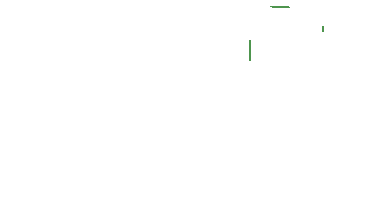
<source format=gto>
G04 #@! TF.GenerationSoftware,KiCad,Pcbnew,(6.0.7-1)-1*
G04 #@! TF.CreationDate,2024-08-15T11:28:19+03:00*
G04 #@! TF.ProjectId,Induction,496e6475-6374-4696-9f6e-2e6b69636164,rev?*
G04 #@! TF.SameCoordinates,Original*
G04 #@! TF.FileFunction,Legend,Top*
G04 #@! TF.FilePolarity,Positive*
%FSLAX46Y46*%
G04 Gerber Fmt 4.6, Leading zero omitted, Abs format (unit mm)*
G04 Created by KiCad (PCBNEW (6.0.7-1)-1) date 2024-08-15 11:28:19*
%MOMM*%
%LPD*%
G01*
G04 APERTURE LIST*
G04 Aperture macros list*
%AMRoundRect*
0 Rectangle with rounded corners*
0 $1 Rounding radius*
0 $2 $3 $4 $5 $6 $7 $8 $9 X,Y pos of 4 corners*
0 Add a 4 corners polygon primitive as box body*
4,1,4,$2,$3,$4,$5,$6,$7,$8,$9,$2,$3,0*
0 Add four circle primitives for the rounded corners*
1,1,$1+$1,$2,$3*
1,1,$1+$1,$4,$5*
1,1,$1+$1,$6,$7*
1,1,$1+$1,$8,$9*
0 Add four rect primitives between the rounded corners*
20,1,$1+$1,$2,$3,$4,$5,0*
20,1,$1+$1,$4,$5,$6,$7,0*
20,1,$1+$1,$6,$7,$8,$9,0*
20,1,$1+$1,$8,$9,$2,$3,0*%
%AMFreePoly0*
4,1,62,0.738890,1.394795,0.739244,1.394649,0.787242,1.353781,0.794649,1.339244,0.794795,1.338890,0.802500,1.300000,0.802500,-0.311000,0.796852,-0.339407,0.798320,-0.339837,0.798274,-0.339994,0.795792,-0.344739,0.794742,-0.350018,0.794677,-0.350175,0.793255,-0.349586,0.779765,-0.375372,0.644426,-0.543074,0.539316,-0.697872,0.442715,-0.870991,0.374484,-1.023564,0.280132,-1.299808,
0.273039,-1.326409,0.267203,-1.338265,0.268785,-1.338913,0.268735,-1.339035,0.264177,-1.344413,0.255418,-1.362206,0.255339,-1.362309,0.251502,-1.359366,0.251122,-1.359814,0.254970,-1.362791,0.254929,-1.362844,0.239833,-1.373132,0.227974,-1.387123,0.213800,-1.394418,0.213738,-1.394444,0.212587,-1.391700,0.211995,-1.392104,0.213075,-1.394719,0.212954,-1.394769,0.206084,-1.396132,
0.202836,-1.398346,0.187477,-1.401572,0.187347,-1.401589,0.187125,-1.399895,0.174000,-1.402500,-0.700000,-1.402500,-0.738890,-1.394795,-0.739244,-1.394649,-0.787242,-1.353781,-0.794649,-1.339244,-0.794795,-1.338890,-0.802500,-1.300000,-0.802501,0.900000,-0.794702,0.939117,-0.794555,0.939471,-0.772479,0.972479,-0.372479,1.372479,-0.339244,1.394649,-0.338890,1.394795,-0.300000,1.402500,
0.700000,1.402500,0.738890,1.394795,0.738890,1.394795,$1*%
G04 Aperture macros list end*
%ADD10C,0.150000*%
%ADD11C,0.125000*%
%ADD12C,0.120000*%
%ADD13C,0.152400*%
%ADD14C,0.200000*%
%ADD15C,0.001000*%
%ADD16RoundRect,0.237500X0.300000X0.237500X-0.300000X0.237500X-0.300000X-0.237500X0.300000X-0.237500X0*%
%ADD17C,2.200000*%
%ADD18R,1.981200X0.355600*%
%ADD19RoundRect,0.155000X-0.212500X-0.155000X0.212500X-0.155000X0.212500X0.155000X-0.212500X0.155000X0*%
%ADD20RoundRect,0.250000X0.550000X-0.550000X0.550000X0.550000X-0.550000X0.550000X-0.550000X-0.550000X0*%
%ADD21C,1.600000*%
%ADD22FreePoly0,0.000000*%
G04 APERTURE END LIST*
D10*
X140619047Y-72571428D02*
X141380952Y-72571428D01*
X141000000Y-72952380D02*
X141000000Y-72190476D01*
X140619047Y-69071428D02*
X141380952Y-69071428D01*
D11*
X159416666Y-66178571D02*
X159392857Y-66202380D01*
X159321428Y-66226190D01*
X159273809Y-66226190D01*
X159202380Y-66202380D01*
X159154761Y-66154761D01*
X159130952Y-66107142D01*
X159107142Y-66011904D01*
X159107142Y-65940476D01*
X159130952Y-65845238D01*
X159154761Y-65797619D01*
X159202380Y-65750000D01*
X159273809Y-65726190D01*
X159321428Y-65726190D01*
X159392857Y-65750000D01*
X159416666Y-65773809D01*
X159892857Y-66226190D02*
X159607142Y-66226190D01*
X159750000Y-66226190D02*
X159750000Y-65726190D01*
X159702380Y-65797619D01*
X159654761Y-65845238D01*
X159607142Y-65869047D01*
X159416666Y-68178571D02*
X159392857Y-68202380D01*
X159321428Y-68226190D01*
X159273809Y-68226190D01*
X159202380Y-68202380D01*
X159154761Y-68154761D01*
X159130952Y-68107142D01*
X159107142Y-68011904D01*
X159107142Y-67940476D01*
X159130952Y-67845238D01*
X159154761Y-67797619D01*
X159202380Y-67750000D01*
X159273809Y-67726190D01*
X159321428Y-67726190D01*
X159392857Y-67750000D01*
X159416666Y-67773809D01*
X159607142Y-67773809D02*
X159630952Y-67750000D01*
X159678571Y-67726190D01*
X159797619Y-67726190D01*
X159845238Y-67750000D01*
X159869047Y-67773809D01*
X159892857Y-67821428D01*
X159892857Y-67869047D01*
X159869047Y-67940476D01*
X159583333Y-68226190D01*
X159892857Y-68226190D01*
X159416666Y-76178571D02*
X159392857Y-76202380D01*
X159321428Y-76226190D01*
X159273809Y-76226190D01*
X159202380Y-76202380D01*
X159154761Y-76154761D01*
X159130952Y-76107142D01*
X159107142Y-76011904D01*
X159107142Y-75940476D01*
X159130952Y-75845238D01*
X159154761Y-75797619D01*
X159202380Y-75750000D01*
X159273809Y-75726190D01*
X159321428Y-75726190D01*
X159392857Y-75750000D01*
X159416666Y-75773809D01*
X159583333Y-75726190D02*
X159892857Y-75726190D01*
X159726190Y-75916666D01*
X159797619Y-75916666D01*
X159845238Y-75940476D01*
X159869047Y-75964285D01*
X159892857Y-76011904D01*
X159892857Y-76130952D01*
X159869047Y-76178571D01*
X159845238Y-76202380D01*
X159797619Y-76226190D01*
X159654761Y-76226190D01*
X159607142Y-76202380D01*
X159583333Y-76178571D01*
D10*
X149238095Y-70452380D02*
X149238095Y-71261904D01*
X149285714Y-71357142D01*
X149333333Y-71404761D01*
X149428571Y-71452380D01*
X149619047Y-71452380D01*
X149714285Y-71404761D01*
X149761904Y-71357142D01*
X149809523Y-71261904D01*
X149809523Y-70452380D01*
X150809523Y-71452380D02*
X150238095Y-71452380D01*
X150523809Y-71452380D02*
X150523809Y-70452380D01*
X150428571Y-70595238D01*
X150333333Y-70690476D01*
X150238095Y-70738095D01*
X147282200Y-66096280D02*
X147282200Y-66334376D01*
X147044104Y-66239138D02*
X147282200Y-66334376D01*
X147520295Y-66239138D01*
X147139342Y-66524852D02*
X147282200Y-66334376D01*
X147425057Y-66524852D01*
D11*
X144666666Y-75678571D02*
X144642857Y-75702380D01*
X144571428Y-75726190D01*
X144523809Y-75726190D01*
X144452380Y-75702380D01*
X144404761Y-75654761D01*
X144380952Y-75607142D01*
X144357142Y-75511904D01*
X144357142Y-75440476D01*
X144380952Y-75345238D01*
X144404761Y-75297619D01*
X144452380Y-75250000D01*
X144523809Y-75226190D01*
X144571428Y-75226190D01*
X144642857Y-75250000D01*
X144666666Y-75273809D01*
X145119047Y-75226190D02*
X144880952Y-75226190D01*
X144857142Y-75464285D01*
X144880952Y-75440476D01*
X144928571Y-75416666D01*
X145047619Y-75416666D01*
X145095238Y-75440476D01*
X145119047Y-75464285D01*
X145142857Y-75511904D01*
X145142857Y-75630952D01*
X145119047Y-75678571D01*
X145095238Y-75702380D01*
X145047619Y-75726190D01*
X144928571Y-75726190D01*
X144880952Y-75702380D01*
X144857142Y-75678571D01*
D10*
X170476190Y-67202380D02*
X170476190Y-66202380D01*
X170952380Y-67202380D02*
X170952380Y-66202380D01*
X171523809Y-67202380D01*
X171523809Y-66202380D01*
D11*
X159416666Y-74178571D02*
X159392857Y-74202380D01*
X159321428Y-74226190D01*
X159273809Y-74226190D01*
X159202380Y-74202380D01*
X159154761Y-74154761D01*
X159130952Y-74107142D01*
X159107142Y-74011904D01*
X159107142Y-73940476D01*
X159130952Y-73845238D01*
X159154761Y-73797619D01*
X159202380Y-73750000D01*
X159273809Y-73726190D01*
X159321428Y-73726190D01*
X159392857Y-73750000D01*
X159416666Y-73773809D01*
X159845238Y-73892857D02*
X159845238Y-74226190D01*
X159726190Y-73702380D02*
X159607142Y-74059523D01*
X159916666Y-74059523D01*
D10*
X168238095Y-75202380D02*
X168809523Y-75202380D01*
X168523809Y-76202380D02*
X168523809Y-75202380D01*
X169095238Y-75297619D02*
X169142857Y-75250000D01*
X169238095Y-75202380D01*
X169476190Y-75202380D01*
X169571428Y-75250000D01*
X169619047Y-75297619D01*
X169666666Y-75392857D01*
X169666666Y-75488095D01*
X169619047Y-75630952D01*
X169047619Y-76202380D01*
X169666666Y-76202380D01*
X142000000Y-66202380D02*
X142190476Y-66202380D01*
X142285714Y-66250000D01*
X142380952Y-66345238D01*
X142428571Y-66535714D01*
X142428571Y-66869047D01*
X142380952Y-67059523D01*
X142285714Y-67154761D01*
X142190476Y-67202380D01*
X142000000Y-67202380D01*
X141904761Y-67154761D01*
X141809523Y-67059523D01*
X141761904Y-66869047D01*
X141761904Y-66535714D01*
X141809523Y-66345238D01*
X141904761Y-66250000D01*
X142000000Y-66202380D01*
X142857142Y-66202380D02*
X142857142Y-67011904D01*
X142904761Y-67107142D01*
X142952380Y-67154761D01*
X143047619Y-67202380D01*
X143238095Y-67202380D01*
X143333333Y-67154761D01*
X143380952Y-67107142D01*
X143428571Y-67011904D01*
X143428571Y-66202380D01*
X143761904Y-66202380D02*
X144333333Y-66202380D01*
X144047619Y-67202380D02*
X144047619Y-66202380D01*
X167988095Y-65452380D02*
X168559523Y-65452380D01*
X168273809Y-66452380D02*
X168273809Y-65452380D01*
X169416666Y-66452380D02*
X168845238Y-66452380D01*
X169130952Y-66452380D02*
X169130952Y-65452380D01*
X169035714Y-65595238D01*
X168940476Y-65690476D01*
X168845238Y-65738095D01*
D12*
X157283767Y-65490000D02*
X156991233Y-65490000D01*
X157283767Y-66510000D02*
X156991233Y-66510000D01*
X157283767Y-68510000D02*
X156991233Y-68510000D01*
X157283767Y-67490000D02*
X156991233Y-67490000D01*
X157283767Y-76510000D02*
X156991233Y-76510000D01*
X157283767Y-75490000D02*
X156991233Y-75490000D01*
D13*
X152120900Y-67631960D02*
X152120900Y-66504200D01*
X147879100Y-74368040D02*
X147879100Y-75495800D01*
X152120900Y-75495800D02*
X152120900Y-74368040D01*
X147879100Y-75495800D02*
X152120900Y-75495800D01*
X152120900Y-66504200D02*
X147879100Y-66504200D01*
X147879100Y-66504200D02*
X147879100Y-67631960D01*
G36*
X146291600Y-74048000D02*
G01*
X146037600Y-74048000D01*
X146037600Y-73667000D01*
X146291600Y-73667000D01*
X146291600Y-74048000D01*
G37*
G36*
X153962400Y-68333000D02*
G01*
X153708400Y-68333000D01*
X153708400Y-67952000D01*
X153962400Y-67952000D01*
X153962400Y-68333000D01*
G37*
D12*
X142884165Y-75860000D02*
X143115835Y-75860000D01*
X142884165Y-75140000D02*
X143115835Y-75140000D01*
X157283767Y-73490000D02*
X156991233Y-73490000D01*
X157283767Y-74510000D02*
X156991233Y-74510000D01*
D14*
X160900000Y-75750000D02*
X160900000Y-77450000D01*
X163750000Y-79100000D02*
X165450000Y-79100000D01*
X162550000Y-72900000D02*
X164250000Y-72900000D01*
X167100000Y-74550000D02*
X167100000Y-76250000D01*
X162760000Y-73410000D02*
G75*
G03*
X162760000Y-73410000I-100000J0D01*
G01*
X162550000Y-61900000D02*
X164250000Y-61900000D01*
X167100000Y-63550000D02*
X167100000Y-65250000D01*
X163750000Y-68100000D02*
X165450000Y-68100000D01*
X160900000Y-64750000D02*
X160900000Y-66450000D01*
X162760000Y-62410000D02*
G75*
G03*
X162760000Y-62410000I-100000J0D01*
G01*
%LPC*%
G36*
X162300000Y-74450000D02*
G01*
X162188000Y-74582000D01*
X162050000Y-74777000D01*
X161979000Y-74895000D01*
X161908000Y-75039000D01*
X161818000Y-75266000D01*
X161785000Y-75373000D01*
X161760000Y-75470000D01*
X161754000Y-75500000D01*
X160700000Y-75500000D01*
X160700000Y-73100000D01*
X161100000Y-72700000D01*
X162300000Y-72700000D01*
X162300000Y-74450000D01*
G37*
D15*
X162300000Y-74450000D02*
X162188000Y-74582000D01*
X162050000Y-74777000D01*
X161979000Y-74895000D01*
X161908000Y-75039000D01*
X161818000Y-75266000D01*
X161785000Y-75373000D01*
X161760000Y-75470000D01*
X161754000Y-75500000D01*
X160700000Y-75500000D01*
X160700000Y-73100000D01*
X161100000Y-72700000D01*
X162300000Y-72700000D01*
X162300000Y-74450000D01*
G36*
X167300000Y-79300000D02*
G01*
X165700000Y-79300000D01*
X165700000Y-77550000D01*
X165710000Y-77540000D01*
X165805000Y-77427000D01*
X165889000Y-77314000D01*
X165969000Y-77186000D01*
X166041000Y-77065000D01*
X166121000Y-76894000D01*
X166177000Y-76746000D01*
X166209000Y-76648000D01*
X166246000Y-76500000D01*
X167300000Y-76500000D01*
X167300000Y-79300000D01*
G37*
X167300000Y-79300000D02*
X165700000Y-79300000D01*
X165700000Y-77550000D01*
X165710000Y-77540000D01*
X165805000Y-77427000D01*
X165889000Y-77314000D01*
X165969000Y-77186000D01*
X166041000Y-77065000D01*
X166121000Y-76894000D01*
X166177000Y-76746000D01*
X166209000Y-76648000D01*
X166246000Y-76500000D01*
X167300000Y-76500000D01*
X167300000Y-79300000D01*
G36*
X167300000Y-74300000D02*
G01*
X165550000Y-74300000D01*
X165505000Y-74258000D01*
X165390000Y-74164000D01*
X165337000Y-74125000D01*
X165238000Y-74060000D01*
X165107000Y-73981000D01*
X165022000Y-73937000D01*
X164773000Y-73833000D01*
X164663000Y-73795000D01*
X164500000Y-73755000D01*
X164500000Y-72700000D01*
X167300000Y-72700000D01*
X167300000Y-74300000D01*
G37*
X167300000Y-74300000D02*
X165550000Y-74300000D01*
X165505000Y-74258000D01*
X165390000Y-74164000D01*
X165337000Y-74125000D01*
X165238000Y-74060000D01*
X165107000Y-73981000D01*
X165022000Y-73937000D01*
X164773000Y-73833000D01*
X164663000Y-73795000D01*
X164500000Y-73755000D01*
X164500000Y-72700000D01*
X167300000Y-72700000D01*
X167300000Y-74300000D01*
G36*
X162493000Y-77738000D02*
G01*
X162560000Y-77795000D01*
X162744000Y-77929000D01*
X162885000Y-78015000D01*
X163019000Y-78081000D01*
X163123000Y-78128000D01*
X163295000Y-78191000D01*
X163370000Y-78214000D01*
X163500000Y-78246000D01*
X163500000Y-79300000D01*
X160700000Y-79300000D01*
X160700000Y-77700000D01*
X162450000Y-77700000D01*
X162493000Y-77738000D01*
G37*
X162493000Y-77738000D02*
X162560000Y-77795000D01*
X162744000Y-77929000D01*
X162885000Y-78015000D01*
X163019000Y-78081000D01*
X163123000Y-78128000D01*
X163295000Y-78191000D01*
X163370000Y-78214000D01*
X163500000Y-78246000D01*
X163500000Y-79300000D01*
X160700000Y-79300000D01*
X160700000Y-77700000D01*
X162450000Y-77700000D01*
X162493000Y-77738000D01*
G36*
X167300000Y-68300000D02*
G01*
X165700000Y-68300000D01*
X165700000Y-66550000D01*
X165710000Y-66540000D01*
X165805000Y-66427000D01*
X165889000Y-66314000D01*
X165969000Y-66186000D01*
X166041000Y-66065000D01*
X166121000Y-65894000D01*
X166177000Y-65746000D01*
X166209000Y-65648000D01*
X166246000Y-65500000D01*
X167300000Y-65500000D01*
X167300000Y-68300000D01*
G37*
X167300000Y-68300000D02*
X165700000Y-68300000D01*
X165700000Y-66550000D01*
X165710000Y-66540000D01*
X165805000Y-66427000D01*
X165889000Y-66314000D01*
X165969000Y-66186000D01*
X166041000Y-66065000D01*
X166121000Y-65894000D01*
X166177000Y-65746000D01*
X166209000Y-65648000D01*
X166246000Y-65500000D01*
X167300000Y-65500000D01*
X167300000Y-68300000D01*
G36*
X162300000Y-63450000D02*
G01*
X162188000Y-63582000D01*
X162050000Y-63777000D01*
X161979000Y-63895000D01*
X161908000Y-64039000D01*
X161818000Y-64266000D01*
X161785000Y-64373000D01*
X161760000Y-64470000D01*
X161754000Y-64500000D01*
X160700000Y-64500000D01*
X160700000Y-62100000D01*
X161100000Y-61700000D01*
X162300000Y-61700000D01*
X162300000Y-63450000D01*
G37*
X162300000Y-63450000D02*
X162188000Y-63582000D01*
X162050000Y-63777000D01*
X161979000Y-63895000D01*
X161908000Y-64039000D01*
X161818000Y-64266000D01*
X161785000Y-64373000D01*
X161760000Y-64470000D01*
X161754000Y-64500000D01*
X160700000Y-64500000D01*
X160700000Y-62100000D01*
X161100000Y-61700000D01*
X162300000Y-61700000D01*
X162300000Y-63450000D01*
G36*
X167300000Y-63300000D02*
G01*
X165550000Y-63300000D01*
X165505000Y-63258000D01*
X165390000Y-63164000D01*
X165337000Y-63125000D01*
X165238000Y-63060000D01*
X165107000Y-62981000D01*
X165022000Y-62937000D01*
X164773000Y-62833000D01*
X164663000Y-62795000D01*
X164500000Y-62755000D01*
X164500000Y-61700000D01*
X167300000Y-61700000D01*
X167300000Y-63300000D01*
G37*
X167300000Y-63300000D02*
X165550000Y-63300000D01*
X165505000Y-63258000D01*
X165390000Y-63164000D01*
X165337000Y-63125000D01*
X165238000Y-63060000D01*
X165107000Y-62981000D01*
X165022000Y-62937000D01*
X164773000Y-62833000D01*
X164663000Y-62795000D01*
X164500000Y-62755000D01*
X164500000Y-61700000D01*
X167300000Y-61700000D01*
X167300000Y-63300000D01*
G36*
X162493000Y-66738000D02*
G01*
X162560000Y-66795000D01*
X162744000Y-66929000D01*
X162885000Y-67015000D01*
X163019000Y-67081000D01*
X163123000Y-67128000D01*
X163295000Y-67191000D01*
X163370000Y-67214000D01*
X163500000Y-67246000D01*
X163500000Y-68300000D01*
X160700000Y-68300000D01*
X160700000Y-66700000D01*
X162450000Y-66700000D01*
X162493000Y-66738000D01*
G37*
X162493000Y-66738000D02*
X162560000Y-66795000D01*
X162744000Y-66929000D01*
X162885000Y-67015000D01*
X163019000Y-67081000D01*
X163123000Y-67128000D01*
X163295000Y-67191000D01*
X163370000Y-67214000D01*
X163500000Y-67246000D01*
X163500000Y-68300000D01*
X160700000Y-68300000D01*
X160700000Y-66700000D01*
X162450000Y-66700000D01*
X162493000Y-66738000D01*
D16*
X158000000Y-66000000D03*
X156275000Y-66000000D03*
D17*
X171000000Y-63000000D03*
X171000000Y-63000000D03*
D16*
X158000000Y-68000000D03*
X156275000Y-68000000D03*
X158000000Y-76000000D03*
X156275000Y-76000000D03*
D18*
X147536200Y-68142500D03*
X147536200Y-68777500D03*
X147536200Y-69412500D03*
X147536200Y-70047500D03*
X147536200Y-70682500D03*
X147536200Y-71317500D03*
X147536200Y-71952500D03*
X147536200Y-72587500D03*
X147536200Y-73222500D03*
X147536200Y-73857500D03*
X152463800Y-73857500D03*
X152463800Y-73222500D03*
X152463800Y-72587500D03*
X152463800Y-71952500D03*
X152463800Y-71317500D03*
X152463800Y-70682500D03*
X152463800Y-70047500D03*
X152463800Y-69412500D03*
X152463800Y-68777500D03*
X152463800Y-68142500D03*
D17*
X143000000Y-63000000D03*
X143000000Y-63000000D03*
D19*
X142432500Y-75500000D03*
X143567500Y-75500000D03*
D20*
X171000000Y-72600000D03*
D21*
X171000000Y-69000000D03*
D16*
X158000000Y-74000000D03*
X156275000Y-74000000D03*
D17*
X143000000Y-79000000D03*
X143000000Y-79000000D03*
X171000000Y-79000000D03*
X171000000Y-79000000D03*
D22*
X161500000Y-74100000D03*
D20*
X143000000Y-72600000D03*
D21*
X143000000Y-69000000D03*
D22*
X161500000Y-63100000D03*
M02*

</source>
